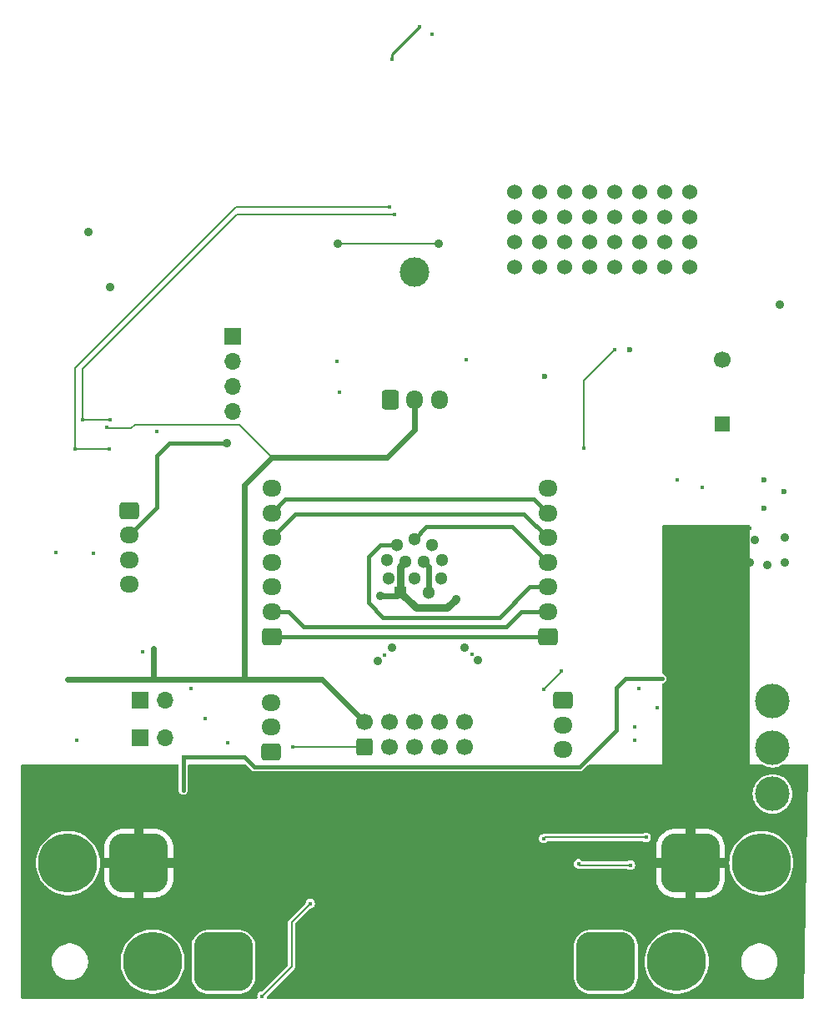
<source format=gbr>
%TF.GenerationSoftware,KiCad,Pcbnew,8.0.4*%
%TF.CreationDate,2024-09-16T14:24:30+02:00*%
%TF.ProjectId,Robuoy-Sub,526f6275-6f79-42d5-9375-622e6b696361,rev?*%
%TF.SameCoordinates,Original*%
%TF.FileFunction,Copper,L4,Bot*%
%TF.FilePolarity,Positive*%
%FSLAX46Y46*%
G04 Gerber Fmt 4.6, Leading zero omitted, Abs format (unit mm)*
G04 Created by KiCad (PCBNEW 8.0.4) date 2024-09-16 14:24:30*
%MOMM*%
%LPD*%
G01*
G04 APERTURE LIST*
G04 Aperture macros list*
%AMRoundRect*
0 Rectangle with rounded corners*
0 $1 Rounding radius*
0 $2 $3 $4 $5 $6 $7 $8 $9 X,Y pos of 4 corners*
0 Add a 4 corners polygon primitive as box body*
4,1,4,$2,$3,$4,$5,$6,$7,$8,$9,$2,$3,0*
0 Add four circle primitives for the rounded corners*
1,1,$1+$1,$2,$3*
1,1,$1+$1,$4,$5*
1,1,$1+$1,$6,$7*
1,1,$1+$1,$8,$9*
0 Add four rect primitives between the rounded corners*
20,1,$1+$1,$2,$3,$4,$5,0*
20,1,$1+$1,$4,$5,$6,$7,0*
20,1,$1+$1,$6,$7,$8,$9,0*
20,1,$1+$1,$8,$9,$2,$3,0*%
G04 Aperture macros list end*
%TA.AperFunction,ComponentPad*%
%ADD10RoundRect,1.500000X1.500000X1.500000X-1.500000X1.500000X-1.500000X-1.500000X1.500000X-1.500000X0*%
%TD*%
%TA.AperFunction,ComponentPad*%
%ADD11C,6.000000*%
%TD*%
%TA.AperFunction,ComponentPad*%
%ADD12RoundRect,0.250000X0.600000X-0.600000X0.600000X0.600000X-0.600000X0.600000X-0.600000X-0.600000X0*%
%TD*%
%TA.AperFunction,ComponentPad*%
%ADD13C,1.700000*%
%TD*%
%TA.AperFunction,ComponentPad*%
%ADD14RoundRect,0.250000X0.725000X-0.600000X0.725000X0.600000X-0.725000X0.600000X-0.725000X-0.600000X0*%
%TD*%
%TA.AperFunction,ComponentPad*%
%ADD15O,1.950000X1.700000*%
%TD*%
%TA.AperFunction,ComponentPad*%
%ADD16R,1.700000X1.700000*%
%TD*%
%TA.AperFunction,ComponentPad*%
%ADD17O,1.700000X1.700000*%
%TD*%
%TA.AperFunction,ComponentPad*%
%ADD18C,3.000000*%
%TD*%
%TA.AperFunction,ComponentPad*%
%ADD19R,1.300000X1.300000*%
%TD*%
%TA.AperFunction,ComponentPad*%
%ADD20C,1.300000*%
%TD*%
%TA.AperFunction,ComponentPad*%
%ADD21C,1.524000*%
%TD*%
%TA.AperFunction,ComponentPad*%
%ADD22RoundRect,1.500000X-1.500000X-1.500000X1.500000X-1.500000X1.500000X1.500000X-1.500000X1.500000X0*%
%TD*%
%TA.AperFunction,ComponentPad*%
%ADD23RoundRect,0.250000X-0.725000X0.600000X-0.725000X-0.600000X0.725000X-0.600000X0.725000X0.600000X0*%
%TD*%
%TA.AperFunction,ComponentPad*%
%ADD24C,3.500000*%
%TD*%
%TA.AperFunction,ComponentPad*%
%ADD25R,1.650000X1.650000*%
%TD*%
%TA.AperFunction,HeatsinkPad*%
%ADD26C,0.500000*%
%TD*%
%TA.AperFunction,HeatsinkPad*%
%ADD27R,3.200000X2.400000*%
%TD*%
%TA.AperFunction,ComponentPad*%
%ADD28RoundRect,0.250000X-0.600000X-0.725000X0.600000X-0.725000X0.600000X0.725000X-0.600000X0.725000X0*%
%TD*%
%TA.AperFunction,ComponentPad*%
%ADD29O,1.700000X1.950000*%
%TD*%
%TA.AperFunction,ViaPad*%
%ADD30C,0.450000*%
%TD*%
%TA.AperFunction,ViaPad*%
%ADD31C,0.900000*%
%TD*%
%TA.AperFunction,ViaPad*%
%ADD32C,0.600000*%
%TD*%
%TA.AperFunction,ViaPad*%
%ADD33C,0.800000*%
%TD*%
%TA.AperFunction,Conductor*%
%ADD34C,0.600000*%
%TD*%
%TA.AperFunction,Conductor*%
%ADD35C,0.200000*%
%TD*%
%TA.AperFunction,Conductor*%
%ADD36C,0.800000*%
%TD*%
%TA.AperFunction,Conductor*%
%ADD37C,0.250000*%
%TD*%
%TA.AperFunction,Conductor*%
%ADD38C,0.127000*%
%TD*%
%TA.AperFunction,Conductor*%
%ADD39C,0.400000*%
%TD*%
G04 APERTURE END LIST*
D10*
%TO.P,J206,1,Pin_1*%
%TO.N,Net-(D205-K)*%
X106410000Y-137890000D03*
D11*
%TO.P,J206,2,Pin_2*%
%TO.N,Vbatt*%
X99210000Y-137890000D03*
%TD*%
D12*
%TO.P,J101,1,Pin_1*%
%TO.N,EN*%
X120730000Y-116142500D03*
D13*
%TO.P,J101,2,Pin_2*%
%TO.N,+3.3V*%
X120730000Y-113602500D03*
%TO.P,J101,3,Pin_3*%
%TO.N,TX*%
X123270000Y-116142500D03*
%TO.P,J101,4,Pin_4*%
%TO.N,GND*%
X123270000Y-113602500D03*
%TO.P,J101,5,Pin_5*%
%TO.N,RX*%
X125810000Y-116142500D03*
%TO.P,J101,6,Pin_6*%
%TO.N,DR0*%
X125810000Y-113602500D03*
%TO.P,J101,7,Pin_7*%
%TO.N,MTMS*%
X128350000Y-116142500D03*
%TO.P,J101,8,Pin_8*%
%TO.N,MTCK*%
X128350000Y-113602500D03*
%TO.P,J101,9,Pin_9*%
%TO.N,MTDO*%
X130890000Y-116142500D03*
%TO.P,J101,10,Pin_10*%
%TO.N,MTDI*%
X130890000Y-113602500D03*
%TD*%
D14*
%TO.P,J104,1,Pin_1*%
%TO.N,Net-(J104-Pin_1)*%
X111210000Y-116590000D03*
D15*
%TO.P,J104,2,Pin_2*%
%TO.N,Net-(J104-Pin_2)*%
X111210000Y-114090000D03*
%TO.P,J104,3,Pin_3*%
%TO.N,Net-(J104-Pin_3)*%
X111210000Y-111590000D03*
%TD*%
D16*
%TO.P,SW102,1,1*%
%TO.N,GND*%
X97910000Y-115162000D03*
D17*
%TO.P,SW102,2,2*%
%TO.N,EN*%
X100450000Y-115162000D03*
%TD*%
D18*
%TO.P,TP206,1,1*%
%TO.N,GND*%
X125810000Y-67890000D03*
%TD*%
D19*
%TO.P,J204,1,Pin_1*%
%TO.N,GND*%
X124382000Y-100414000D03*
D20*
%TO.P,J204,2,Pin_2*%
%TO.N,Vbatt*%
X127238000Y-100414000D03*
%TO.P,J204,3,Pin_3*%
%TO.N,Net-(J202-Pin_7)*%
X128482000Y-99017000D03*
%TO.P,J204,4,Pin_4*%
%TO.N,Net-(J202-Pin_6)*%
X128614000Y-97152000D03*
%TO.P,J204,5,Pin_5*%
%TO.N,Net-(J202-Pin_5)*%
X127580000Y-95593000D03*
%TO.P,J204,6,Pin_6*%
%TO.N,Net-(J202-Pin_4)*%
X125810000Y-94990000D03*
%TO.P,J204,7,Pin_7*%
%TO.N,Net-(J202-Pin_3)*%
X124040000Y-95593000D03*
%TO.P,J204,8,Pin_8*%
%TO.N,Net-(J202-Pin_2)*%
X123006000Y-97152000D03*
%TO.P,J204,9,Pin_9*%
%TO.N,Net-(J202-Pin_1)*%
X123138000Y-99017000D03*
%TO.P,J204,10,Pin_10*%
%TO.N,+VSW*%
X125810000Y-98990000D03*
%TO.P,J204,11,Pin_11*%
%TO.N,Vbatt*%
X126763000Y-97340000D03*
%TO.P,J204,12,Pin_12*%
%TO.N,GND*%
X124857000Y-97340000D03*
%TD*%
D16*
%TO.P,J103,1,Pin_1*%
%TO.N,Net-(J103-Pin_1)*%
X107335000Y-74490000D03*
D17*
%TO.P,J103,2,Pin_2*%
%TO.N,Net-(J103-Pin_2)*%
X107335000Y-77030000D03*
%TO.P,J103,3,Pin_3*%
%TO.N,/CPU/Vext*%
X107335000Y-79570000D03*
%TO.P,J103,4,Pin_4*%
%TO.N,GND*%
X107335000Y-82110000D03*
%TD*%
D14*
%TO.P,J202,1,Pin_1*%
%TO.N,Net-(J202-Pin_1)*%
X111310000Y-104890000D03*
D15*
%TO.P,J202,2,Pin_2*%
%TO.N,Net-(J202-Pin_2)*%
X111310000Y-102390000D03*
%TO.P,J202,3,Pin_3*%
%TO.N,Net-(J202-Pin_3)*%
X111310000Y-99890000D03*
%TO.P,J202,4,Pin_4*%
%TO.N,Net-(J202-Pin_4)*%
X111310000Y-97390000D03*
%TO.P,J202,5,Pin_5*%
%TO.N,Net-(J202-Pin_5)*%
X111310000Y-94890000D03*
%TO.P,J202,6,Pin_6*%
%TO.N,Net-(J202-Pin_6)*%
X111310000Y-92390000D03*
%TO.P,J202,7,Pin_7*%
%TO.N,Net-(J202-Pin_7)*%
X111310000Y-89890000D03*
%TD*%
D21*
%TO.P,TP301,1,1*%
%TO.N,unconnected-(TP301-Pad1)*%
X135970000Y-59790000D03*
%TO.P,TP301,2*%
%TO.N,N/C*%
X138510000Y-59790000D03*
%TO.P,TP301,3*%
X141050000Y-59790000D03*
%TO.P,TP301,4*%
X143590000Y-59790000D03*
%TO.P,TP301,5*%
X135970000Y-62330000D03*
%TO.P,TP301,6*%
X138510000Y-62330000D03*
%TO.P,TP301,7*%
X141050000Y-62330000D03*
%TO.P,TP301,8*%
X143590000Y-62330000D03*
%TO.P,TP301,9*%
X135970000Y-64870000D03*
%TO.P,TP301,10*%
X138510000Y-64870000D03*
%TO.P,TP301,11*%
X141050000Y-64870000D03*
%TO.P,TP301,12*%
X143590000Y-64870000D03*
%TO.P,TP301,13*%
X135970000Y-67410000D03*
%TO.P,TP301,14*%
X138510000Y-67410000D03*
%TO.P,TP301,15*%
X141050000Y-67410000D03*
%TO.P,TP301,16*%
X143590000Y-67410000D03*
%TD*%
D22*
%TO.P,J205,1,Pin_1*%
%TO.N,GND*%
X153810000Y-127890000D03*
D11*
%TO.P,J205,2,Pin_2*%
%TO.N,Vbatt*%
X161010000Y-127890000D03*
%TD*%
D23*
%TO.P,J105,1,Pin_1*%
%TO.N,Net-(J105-Pin_1)*%
X140835000Y-111390000D03*
D15*
%TO.P,J105,2,Pin_2*%
%TO.N,Net-(J105-Pin_2)*%
X140835000Y-113890000D03*
%TO.P,J105,3,Pin_3*%
%TO.N,Net-(J105-Pin_3)*%
X140835000Y-116390000D03*
%TD*%
D24*
%TO.P,SW201,1*%
%TO.N,Vbatt*%
X162132000Y-120878000D03*
%TO.P,SW201,2*%
%TO.N,+VSW*%
X162132000Y-116178000D03*
%TO.P,SW201,3*%
%TO.N,unconnected-(SW201-Pad3)*%
X162132000Y-111478000D03*
%TD*%
D14*
%TO.P,J203,1,Pin_1*%
%TO.N,Net-(J202-Pin_1)*%
X139310000Y-104890000D03*
D15*
%TO.P,J203,2,Pin_2*%
%TO.N,Net-(J202-Pin_2)*%
X139310000Y-102390000D03*
%TO.P,J203,3,Pin_3*%
%TO.N,Net-(J202-Pin_3)*%
X139310000Y-99890000D03*
%TO.P,J203,4,Pin_4*%
%TO.N,Net-(J202-Pin_4)*%
X139310000Y-97390000D03*
%TO.P,J203,5,Pin_5*%
%TO.N,Net-(J202-Pin_5)*%
X139310000Y-94890000D03*
%TO.P,J203,6,Pin_6*%
%TO.N,Net-(J202-Pin_6)*%
X139310000Y-92390000D03*
%TO.P,J203,7,Pin_7*%
%TO.N,Net-(J202-Pin_7)*%
X139310000Y-89890000D03*
%TD*%
D10*
%TO.P,J201,1,Pin_1*%
%TO.N,GND*%
X97810000Y-127890000D03*
D11*
%TO.P,J201,2,Pin_2*%
%TO.N,Vbatt*%
X90610000Y-127890000D03*
%TD*%
D23*
%TO.P,J106,1,Pin_1*%
%TO.N,GND*%
X96810000Y-92128000D03*
D15*
%TO.P,J106,2,Pin_2*%
%TO.N,+5V*%
X96810000Y-94628000D03*
%TO.P,J106,3,Pin_3*%
%TO.N,/CPU/SCL*%
X96810000Y-97128000D03*
%TO.P,J106,4,Pin_4*%
%TO.N,/CPU/SDA*%
X96810000Y-99628000D03*
%TD*%
D25*
%TO.P,BZ101,1,+*%
%TO.N,+5V*%
X157036000Y-83360000D03*
D13*
%TO.P,BZ101,2,-*%
%TO.N,Net-(BZ101--)*%
X157036000Y-76860000D03*
%TD*%
D26*
%TO.P,U201,9,PAD*%
%TO.N,GND*%
X155608000Y-103706000D03*
X154258000Y-103706000D03*
X152908000Y-103706000D03*
D27*
X154258000Y-104656000D03*
D26*
X155608000Y-105606000D03*
X154258000Y-105606000D03*
X152908000Y-105606000D03*
%TD*%
D21*
%TO.P,TP302,1,1*%
%TO.N,unconnected-(TP302-Pad1)*%
X146130000Y-59790000D03*
%TO.P,TP302,2*%
%TO.N,N/C*%
X148670000Y-59790000D03*
%TO.P,TP302,3*%
X151210000Y-59790000D03*
%TO.P,TP302,4*%
X153750000Y-59790000D03*
%TO.P,TP302,5*%
X146130000Y-62330000D03*
%TO.P,TP302,6*%
X148670000Y-62330000D03*
%TO.P,TP302,7*%
X151210000Y-62330000D03*
%TO.P,TP302,8*%
X153750000Y-62330000D03*
%TO.P,TP302,9*%
X146130000Y-64870000D03*
%TO.P,TP302,10*%
X148670000Y-64870000D03*
%TO.P,TP302,11*%
X151210000Y-64870000D03*
%TO.P,TP302,12*%
X153750000Y-64870000D03*
%TO.P,TP302,13*%
X146130000Y-67410000D03*
%TO.P,TP302,14*%
X148670000Y-67410000D03*
%TO.P,TP302,15*%
X151210000Y-67410000D03*
%TO.P,TP302,16*%
X153750000Y-67410000D03*
%TD*%
D22*
%TO.P,J207,1,Pin_1*%
%TO.N,Net-(D206-K)*%
X145210000Y-137890000D03*
D11*
%TO.P,J207,2,Pin_2*%
%TO.N,Vbatt*%
X152410000Y-137890000D03*
%TD*%
D28*
%TO.P,J102,1,Pin_1*%
%TO.N,Net-(J102-Pin_1)*%
X123310000Y-80872000D03*
D29*
%TO.P,J102,2,Pin_2*%
%TO.N,+3.3V*%
X125810000Y-80872000D03*
%TO.P,J102,3,Pin_3*%
%TO.N,Net-(J102-Pin_3)*%
X128310000Y-80872000D03*
%TD*%
D16*
%TO.P,SW101,1,1*%
%TO.N,GND*%
X97910000Y-111334000D03*
D17*
%TO.P,SW101,2,2*%
%TO.N,DR0*%
X100450000Y-111334000D03*
%TD*%
D30*
%TO.N,+3.3V*%
X94568000Y-83666000D03*
X99310000Y-106090000D03*
D31*
X161624000Y-97636000D03*
D30*
X90610000Y-109230000D03*
X114790002Y-109230000D03*
%TO.N,GND*%
X147810000Y-119690000D03*
X138285000Y-119115000D03*
X164560000Y-140890000D03*
D32*
X154010000Y-96890000D03*
D30*
X127588000Y-43788000D03*
X111659999Y-127990630D03*
D32*
X156110000Y-119890000D03*
D31*
X160354000Y-95096000D03*
X163402000Y-97382000D03*
D30*
X118210000Y-80090000D03*
D31*
X92710000Y-63890000D03*
X149560000Y-130640000D03*
D30*
X140510000Y-131190000D03*
X138002000Y-124560000D03*
X142210000Y-119890000D03*
D32*
X151510000Y-117490000D03*
X151510000Y-115190000D03*
X161310000Y-88990000D03*
D30*
X156810000Y-96390000D03*
X152060000Y-104640000D03*
D32*
X163310000Y-90190000D03*
D31*
X140542000Y-128878000D03*
X130010000Y-101090000D03*
D32*
X154410000Y-97490000D03*
D31*
X140910000Y-132290000D03*
D30*
X148610000Y-110190000D03*
D31*
X118610000Y-141190000D03*
X124310000Y-131490000D03*
D30*
X93210000Y-96490000D03*
D31*
X115510000Y-141190000D03*
D32*
X151510000Y-119690000D03*
X139010000Y-78490000D03*
D31*
X141010000Y-138290000D03*
D30*
X153510000Y-99090000D03*
X106810000Y-115690000D03*
D31*
X122311041Y-100788959D03*
D30*
X86810000Y-120140000D03*
D31*
X111150000Y-130450000D03*
D30*
X155510000Y-112190000D03*
D31*
X113560000Y-139640000D03*
X162893997Y-71220003D03*
D32*
X161310000Y-91890000D03*
D30*
X126318000Y-43026000D03*
X89410000Y-96390000D03*
X148110000Y-115390000D03*
X91520000Y-115416000D03*
D32*
X147610000Y-75790000D03*
D30*
X152480000Y-89000000D03*
D31*
X149560000Y-126890000D03*
D30*
X156560000Y-104640000D03*
D31*
X142320000Y-133704000D03*
D30*
X159810000Y-93890000D03*
D31*
X140510000Y-127690000D03*
D30*
X149310000Y-134390000D03*
X98212322Y-106432223D03*
D31*
X124310000Y-136190000D03*
D30*
X117910000Y-76990000D03*
X122310000Y-128640000D03*
D31*
X149686000Y-128390000D03*
D33*
X102560000Y-128890000D03*
D30*
X159310000Y-106640000D03*
X148110000Y-114090000D03*
D31*
X129010000Y-131490000D03*
X140310000Y-130190000D03*
D30*
X104510000Y-113190000D03*
X99610000Y-84100000D03*
D31*
X126710000Y-133790000D03*
D30*
X143110000Y-119990000D03*
X111810000Y-129590000D03*
X93210000Y-118210000D03*
D31*
X129010000Y-136190000D03*
D30*
X111710000Y-125990000D03*
X163810000Y-118640000D03*
X86810000Y-140640000D03*
X140110000Y-140590000D03*
X157060000Y-113140000D03*
D31*
X132871200Y-141171600D03*
X163402000Y-94842000D03*
D30*
X158810000Y-114890000D03*
X111810000Y-131190000D03*
D33*
X102310000Y-132390000D03*
D30*
X150410000Y-112090000D03*
X123524000Y-46328000D03*
X131310000Y-128390000D03*
D31*
X111210000Y-126950000D03*
X94910000Y-69490000D03*
D30*
X111220000Y-124530000D03*
X131560000Y-140390000D03*
X163810000Y-124390000D03*
X131010000Y-76790000D03*
X158560000Y-108640000D03*
X159310000Y-102890000D03*
X155020000Y-89762000D03*
X103110000Y-110190000D03*
D31*
X159846000Y-97382000D03*
X131510000Y-125190000D03*
D30*
X121560000Y-140140000D03*
D31*
%TO.N,+5V*%
X106710000Y-85290000D03*
D30*
X102310000Y-117090000D03*
X102310000Y-120470000D03*
X150910000Y-109190000D03*
X146310000Y-111965000D03*
%TO.N,EN*%
X113410000Y-116090012D03*
D31*
%TO.N,Vbatt*%
X132210000Y-107290000D03*
X122110000Y-107390000D03*
D30*
X131610000Y-106690000D03*
D31*
X123510000Y-105990000D03*
D30*
X122710000Y-106790000D03*
D31*
X130910000Y-105990000D03*
D30*
%TO.N,LEDS*%
X115210000Y-131990000D03*
X110310000Y-141390000D03*
D31*
%TO.N,Net-(D104-DOUT)*%
X118010000Y-65090000D03*
X128210000Y-65090000D03*
D30*
%TO.N,/CPU/SCL*%
X94810000Y-85890000D03*
X91310010Y-85890000D03*
X123270000Y-61314000D03*
%TO.N,/CPU/SDA*%
X123778000Y-62076000D03*
X94899430Y-82879430D03*
X92110000Y-82890000D03*
%TO.N,Net-(Q202-G)*%
X142439724Y-127960276D03*
X147710000Y-128090000D03*
%TO.N,BUZZER*%
X143010000Y-85790000D03*
X146110000Y-75842800D03*
X140700002Y-108430000D03*
X138910000Y-110290000D03*
%TO.N,/CPU/Vsamp*%
X149310000Y-125290000D03*
X138910000Y-125390000D03*
%TD*%
D34*
%TO.N,+3.3V*%
X108510000Y-89490000D02*
X108510000Y-105290000D01*
D35*
X108010000Y-83390000D02*
X111310000Y-86690000D01*
D34*
X125810000Y-83890000D02*
X123010000Y-86690000D01*
D35*
X105680000Y-83390000D02*
X108010000Y-83390000D01*
D34*
X108510000Y-105290000D02*
X108510000Y-109230000D01*
X108510000Y-109230000D02*
X100050000Y-109230000D01*
D35*
X97410000Y-83390000D02*
X105680000Y-83390000D01*
D34*
X120730000Y-113602500D02*
X116357500Y-109230000D01*
X108510000Y-109230000D02*
X114790002Y-109230000D01*
X116357500Y-109230000D02*
X114790002Y-109230000D01*
X111310000Y-86690000D02*
X108510000Y-89490000D01*
D35*
X97010000Y-83790000D02*
X97410000Y-83390000D01*
D34*
X125810000Y-80872000D02*
X125810000Y-83890000D01*
X99970000Y-109230000D02*
X90610000Y-109230000D01*
D35*
X94568000Y-83666000D02*
X94692000Y-83790000D01*
X94692000Y-83790000D02*
X97010000Y-83790000D01*
D34*
X123010000Y-86690000D02*
X111310000Y-86690000D01*
X99310000Y-109190000D02*
X99310000Y-106090000D01*
D36*
%TO.N,GND*%
X124382000Y-100414000D02*
X125958000Y-101990000D01*
X124857000Y-97340000D02*
X124388000Y-97809000D01*
D37*
X123524000Y-45820000D02*
X123524000Y-46328000D01*
D34*
X122312082Y-100790000D02*
X122311041Y-100788959D01*
D36*
X124388000Y-100408000D02*
X124382000Y-100414000D01*
X125958000Y-101990000D02*
X129110000Y-101990000D01*
D34*
X124006000Y-100790000D02*
X122312082Y-100790000D01*
X124382000Y-100414000D02*
X124006000Y-100790000D01*
D36*
X129110000Y-101990000D02*
X130010000Y-101090000D01*
D37*
X126318000Y-43026000D02*
X123524000Y-45820000D01*
D38*
X124857000Y-97340000D02*
X124495115Y-97340000D01*
D36*
X124388000Y-97809000D02*
X124388000Y-100408000D01*
D39*
%TO.N,+5V*%
X99610000Y-86590000D02*
X99610000Y-91828000D01*
X146310000Y-110113280D02*
X146310000Y-111965000D01*
X147233280Y-109190000D02*
X146310000Y-110113280D01*
X99610000Y-91828000D02*
X96810000Y-94628000D01*
X102310000Y-117090000D02*
X108510000Y-117090000D01*
X100910000Y-85290000D02*
X99610000Y-86590000D01*
X109560000Y-118140000D02*
X142560000Y-118140000D01*
X106710000Y-85290000D02*
X100910000Y-85290000D01*
X108510000Y-117090000D02*
X109560000Y-118140000D01*
X150910000Y-109190000D02*
X147233280Y-109190000D01*
X142560000Y-118140000D02*
X146310000Y-114390000D01*
X146310000Y-114390000D02*
X146310000Y-111965000D01*
X102310000Y-117090000D02*
X102310000Y-120470000D01*
D35*
%TO.N,EN*%
X113462488Y-116142500D02*
X113410000Y-116090012D01*
X120730000Y-116142500D02*
X113462488Y-116142500D01*
D34*
%TO.N,Vbatt*%
X127238000Y-97815000D02*
X127238000Y-100414000D01*
X126763000Y-97340000D02*
X127238000Y-97815000D01*
D35*
%TO.N,LEDS*%
X113310000Y-138390000D02*
X113310000Y-133890000D01*
X110310000Y-141390000D02*
X113310000Y-138390000D01*
X113310000Y-133890000D02*
X115210000Y-131990000D01*
%TO.N,Net-(D104-DOUT)*%
X118010000Y-65090000D02*
X128210000Y-65090000D01*
%TO.N,/CPU/SCL*%
X91310000Y-77690000D02*
X91310000Y-85889990D01*
X91310000Y-85889990D02*
X91310010Y-85890000D01*
X94810000Y-85890000D02*
X91310010Y-85890000D01*
X123270000Y-61314000D02*
X107686000Y-61314000D01*
X107686000Y-61314000D02*
X91310000Y-77690000D01*
%TO.N,/CPU/SDA*%
X92110000Y-82890000D02*
X94888860Y-82890000D01*
X94888860Y-82890000D02*
X94899430Y-82879430D01*
X123778000Y-62076000D02*
X107776000Y-62076000D01*
X92110000Y-77742000D02*
X92110000Y-82890000D01*
X107776000Y-62076000D02*
X92110000Y-77742000D01*
%TO.N,Net-(Q202-G)*%
X142569448Y-128090000D02*
X142439724Y-127960276D01*
X147710000Y-128090000D02*
X142569448Y-128090000D01*
D39*
%TO.N,Net-(J202-Pin_5)*%
X136910000Y-92490000D02*
X139310000Y-94890000D01*
X111310000Y-94890000D02*
X113710000Y-92490000D01*
X113710000Y-92490000D02*
X136910000Y-92490000D01*
%TO.N,Net-(J202-Pin_3)*%
X121110000Y-101490000D02*
X122610000Y-102990000D01*
X137510000Y-99890000D02*
X139310000Y-99890000D01*
X121110000Y-96790000D02*
X121110000Y-101490000D01*
X124040000Y-95593000D02*
X122307000Y-95593000D01*
X134410000Y-102990000D02*
X137510000Y-99890000D01*
X122307000Y-95593000D02*
X121110000Y-96790000D01*
X122610000Y-102990000D02*
X134410000Y-102990000D01*
%TO.N,Net-(J202-Pin_2)*%
X111310000Y-102390000D02*
X113010000Y-102390000D01*
X136610000Y-102390000D02*
X139310000Y-102390000D01*
X135110000Y-103890000D02*
X136610000Y-102390000D01*
X113010000Y-102390000D02*
X114510000Y-103890000D01*
X114510000Y-103890000D02*
X135110000Y-103890000D01*
%TO.N,Net-(J202-Pin_1)*%
X111310000Y-104890000D02*
X139310000Y-104890000D01*
%TO.N,Net-(J202-Pin_6)*%
X137910000Y-90990000D02*
X112710000Y-90990000D01*
X112710000Y-90990000D02*
X111310000Y-92390000D01*
X139310000Y-92390000D02*
X137910000Y-90990000D01*
%TO.N,Net-(J202-Pin_4)*%
X135710000Y-93790000D02*
X139310000Y-97390000D01*
X127010000Y-93790000D02*
X125810000Y-94990000D01*
X135710000Y-93790000D02*
X127010000Y-93790000D01*
D35*
%TO.N,BUZZER*%
X143010000Y-78942800D02*
X146110000Y-75842800D01*
X143010000Y-85790000D02*
X143010000Y-78942800D01*
X138910000Y-110290000D02*
X140700002Y-108499998D01*
X140700002Y-108499998D02*
X140700002Y-108430000D01*
%TO.N,/CPU/Vsamp*%
X139010000Y-125290000D02*
X149310000Y-125290000D01*
X138910000Y-125390000D02*
X139010000Y-125290000D01*
%TD*%
%TA.AperFunction,Conductor*%
%TO.N,GND*%
G36*
X101802539Y-117909685D02*
G01*
X101848294Y-117962489D01*
X101859500Y-118014000D01*
X101859500Y-120284841D01*
X101850578Y-120325856D01*
X101851568Y-120326147D01*
X101849068Y-120334658D01*
X101829610Y-120470000D01*
X101849068Y-120605337D01*
X101849070Y-120605345D01*
X101905867Y-120729714D01*
X101905872Y-120729721D01*
X101995409Y-120833053D01*
X101995413Y-120833057D01*
X102055979Y-120871979D01*
X102110439Y-120906978D01*
X102176036Y-120926239D01*
X102241632Y-120945500D01*
X102241633Y-120945500D01*
X102378367Y-120945500D01*
X102509561Y-120906978D01*
X102554655Y-120877998D01*
X160126390Y-120877998D01*
X160126390Y-120878001D01*
X160146804Y-121163433D01*
X160207628Y-121443037D01*
X160307635Y-121711166D01*
X160444770Y-121962309D01*
X160444775Y-121962317D01*
X160616254Y-122191387D01*
X160616270Y-122191405D01*
X160818594Y-122393729D01*
X160818612Y-122393745D01*
X161047682Y-122565224D01*
X161047690Y-122565229D01*
X161298833Y-122702364D01*
X161298832Y-122702364D01*
X161298836Y-122702365D01*
X161298839Y-122702367D01*
X161566954Y-122802369D01*
X161566960Y-122802370D01*
X161566962Y-122802371D01*
X161846566Y-122863195D01*
X161846568Y-122863195D01*
X161846572Y-122863196D01*
X162100220Y-122881337D01*
X162131999Y-122883610D01*
X162132000Y-122883610D01*
X162132001Y-122883610D01*
X162160595Y-122881564D01*
X162417428Y-122863196D01*
X162697046Y-122802369D01*
X162965161Y-122702367D01*
X163216315Y-122565226D01*
X163445395Y-122393739D01*
X163647739Y-122191395D01*
X163819226Y-121962315D01*
X163956367Y-121711161D01*
X164056369Y-121443046D01*
X164117196Y-121163428D01*
X164137610Y-120878000D01*
X164117196Y-120592572D01*
X164061090Y-120334658D01*
X164056371Y-120312962D01*
X164056370Y-120312960D01*
X164056369Y-120312954D01*
X163956367Y-120044839D01*
X163819226Y-119793685D01*
X163819224Y-119793682D01*
X163647745Y-119564612D01*
X163647729Y-119564594D01*
X163445405Y-119362270D01*
X163445387Y-119362254D01*
X163216317Y-119190775D01*
X163216309Y-119190770D01*
X162965166Y-119053635D01*
X162965167Y-119053635D01*
X162857915Y-119013632D01*
X162697046Y-118953631D01*
X162697043Y-118953630D01*
X162697037Y-118953628D01*
X162417433Y-118892804D01*
X162132001Y-118872390D01*
X162131999Y-118872390D01*
X161846566Y-118892804D01*
X161566962Y-118953628D01*
X161298833Y-119053635D01*
X161047690Y-119190770D01*
X161047682Y-119190775D01*
X160818612Y-119362254D01*
X160818594Y-119362270D01*
X160616270Y-119564594D01*
X160616254Y-119564612D01*
X160444775Y-119793682D01*
X160444770Y-119793690D01*
X160307635Y-120044833D01*
X160207628Y-120312962D01*
X160146804Y-120592566D01*
X160126390Y-120877998D01*
X102554655Y-120877998D01*
X102624589Y-120833055D01*
X102714130Y-120729718D01*
X102770931Y-120605342D01*
X102790390Y-120470000D01*
X102770931Y-120334658D01*
X102768432Y-120326147D01*
X102769421Y-120325856D01*
X102760500Y-120284841D01*
X102760500Y-118014000D01*
X102780185Y-117946961D01*
X102832989Y-117901206D01*
X102884500Y-117890000D01*
X108621535Y-117890000D01*
X108688574Y-117909685D01*
X108709216Y-117926319D01*
X109283386Y-118500489D01*
X109386113Y-118559799D01*
X109410321Y-118566284D01*
X109410324Y-118566286D01*
X109410325Y-118566286D01*
X109440447Y-118574357D01*
X109500691Y-118590500D01*
X109500693Y-118590500D01*
X142619308Y-118590500D01*
X142619309Y-118590500D01*
X142709673Y-118566286D01*
X142733887Y-118559799D01*
X142836614Y-118500489D01*
X143410784Y-117926318D01*
X143472107Y-117892834D01*
X143498465Y-117890000D01*
X150956000Y-117890000D01*
X159846000Y-117890000D01*
X161061406Y-117890000D01*
X161120833Y-117905168D01*
X161298833Y-118002364D01*
X161298832Y-118002364D01*
X161298836Y-118002365D01*
X161298839Y-118002367D01*
X161566954Y-118102369D01*
X161566960Y-118102370D01*
X161566962Y-118102371D01*
X161846566Y-118163195D01*
X161846568Y-118163195D01*
X161846572Y-118163196D01*
X162100220Y-118181337D01*
X162131999Y-118183610D01*
X162132000Y-118183610D01*
X162132001Y-118183610D01*
X162160595Y-118181564D01*
X162417428Y-118163196D01*
X162697046Y-118102369D01*
X162965161Y-118002367D01*
X163143167Y-117905168D01*
X163202594Y-117890000D01*
X165675500Y-117890000D01*
X165742539Y-117909685D01*
X165788294Y-117962489D01*
X165799500Y-118014000D01*
X165799500Y-118387422D01*
X165799472Y-118390032D01*
X165314028Y-141448711D01*
X165312556Y-141518610D01*
X165291464Y-141585220D01*
X165237709Y-141629854D01*
X165188583Y-141640000D01*
X110897549Y-141640000D01*
X110830510Y-141620315D01*
X110784755Y-141567511D01*
X110774811Y-141498355D01*
X110774811Y-141498353D01*
X110781948Y-141448709D01*
X110810972Y-141385155D01*
X110816991Y-141378689D01*
X113590470Y-138605212D01*
X113636614Y-138525288D01*
X113660500Y-138436143D01*
X113660500Y-138343856D01*
X113660500Y-136302610D01*
X141959500Y-136302610D01*
X141959500Y-139477389D01*
X141965630Y-139586541D01*
X141965631Y-139586554D01*
X142014403Y-139844322D01*
X142014404Y-139844327D01*
X142014405Y-139844332D01*
X142014406Y-139844333D01*
X142101059Y-140091974D01*
X142223654Y-140323933D01*
X142379450Y-140535031D01*
X142564969Y-140720550D01*
X142776067Y-140876346D01*
X143008026Y-140998941D01*
X143255667Y-141085594D01*
X143255671Y-141085594D01*
X143255672Y-141085595D01*
X143255677Y-141085596D01*
X143513445Y-141134368D01*
X143513447Y-141134368D01*
X143513457Y-141134370D01*
X143622608Y-141140500D01*
X143622625Y-141140500D01*
X146797375Y-141140500D01*
X146797392Y-141140500D01*
X146906543Y-141134370D01*
X147164333Y-141085594D01*
X147411974Y-140998941D01*
X147643933Y-140876346D01*
X147855031Y-140720550D01*
X148040550Y-140535031D01*
X148196346Y-140323933D01*
X148318941Y-140091974D01*
X148405594Y-139844333D01*
X148454370Y-139586543D01*
X148460500Y-139477392D01*
X148460500Y-137889997D01*
X149154726Y-137889997D01*
X149154726Y-137890002D01*
X149173808Y-138241954D01*
X149230833Y-138589793D01*
X149230834Y-138589796D01*
X149325126Y-138929408D01*
X149325127Y-138929410D01*
X149455588Y-139256844D01*
X149455597Y-139256862D01*
X149620695Y-139568269D01*
X149818498Y-139860006D01*
X149818505Y-139860016D01*
X150015533Y-140091974D01*
X150046686Y-140128650D01*
X150302580Y-140371046D01*
X150583182Y-140584354D01*
X150885202Y-140766074D01*
X150885206Y-140766075D01*
X150885210Y-140766078D01*
X151205088Y-140914070D01*
X151205092Y-140914070D01*
X151205099Y-140914074D01*
X151539122Y-141026619D01*
X151883355Y-141102391D01*
X152233763Y-141140500D01*
X152233769Y-141140500D01*
X152586231Y-141140500D01*
X152586237Y-141140500D01*
X152936645Y-141102391D01*
X153280878Y-141026619D01*
X153614901Y-140914074D01*
X153614908Y-140914070D01*
X153614911Y-140914070D01*
X153934789Y-140766078D01*
X153934798Y-140766074D01*
X154236818Y-140584354D01*
X154517420Y-140371046D01*
X154773314Y-140128650D01*
X155001501Y-139860008D01*
X155199305Y-139568269D01*
X155364407Y-139256854D01*
X155494871Y-138929414D01*
X155497404Y-138920293D01*
X155523180Y-138827453D01*
X155589168Y-138589788D01*
X155646191Y-138241957D01*
X155665274Y-137890000D01*
X155658698Y-137768711D01*
X158959500Y-137768711D01*
X158959500Y-138011288D01*
X158989867Y-138241957D01*
X158991162Y-138251789D01*
X159022554Y-138368944D01*
X159053947Y-138486104D01*
X159103284Y-138605213D01*
X159146776Y-138710212D01*
X159268064Y-138920289D01*
X159268066Y-138920292D01*
X159268067Y-138920293D01*
X159415733Y-139112736D01*
X159415739Y-139112743D01*
X159587256Y-139284260D01*
X159587262Y-139284265D01*
X159779711Y-139431936D01*
X159989788Y-139553224D01*
X160213900Y-139646054D01*
X160448211Y-139708838D01*
X160628586Y-139732584D01*
X160688711Y-139740500D01*
X160688712Y-139740500D01*
X160931289Y-139740500D01*
X160979388Y-139734167D01*
X161171789Y-139708838D01*
X161406100Y-139646054D01*
X161630212Y-139553224D01*
X161840289Y-139431936D01*
X162032738Y-139284265D01*
X162204265Y-139112738D01*
X162351936Y-138920289D01*
X162473224Y-138710212D01*
X162566054Y-138486100D01*
X162628838Y-138251789D01*
X162660500Y-138011288D01*
X162660500Y-137768712D01*
X162628838Y-137528211D01*
X162566054Y-137293900D01*
X162473224Y-137069788D01*
X162351936Y-136859711D01*
X162204265Y-136667262D01*
X162204260Y-136667256D01*
X162032743Y-136495739D01*
X162032736Y-136495733D01*
X161840293Y-136348067D01*
X161840292Y-136348066D01*
X161840289Y-136348064D01*
X161630212Y-136226776D01*
X161630205Y-136226773D01*
X161406104Y-136133947D01*
X161171785Y-136071161D01*
X160931289Y-136039500D01*
X160931288Y-136039500D01*
X160688712Y-136039500D01*
X160688711Y-136039500D01*
X160448214Y-136071161D01*
X160213895Y-136133947D01*
X159989794Y-136226773D01*
X159989785Y-136226777D01*
X159779706Y-136348067D01*
X159587263Y-136495733D01*
X159587256Y-136495739D01*
X159415739Y-136667256D01*
X159415733Y-136667263D01*
X159268067Y-136859706D01*
X159146777Y-137069785D01*
X159146773Y-137069794D01*
X159053947Y-137293895D01*
X158991161Y-137528214D01*
X158959500Y-137768711D01*
X155658698Y-137768711D01*
X155646191Y-137538043D01*
X155589168Y-137190212D01*
X155497405Y-136859711D01*
X155494873Y-136850591D01*
X155494872Y-136850589D01*
X155364411Y-136523155D01*
X155364402Y-136523137D01*
X155199305Y-136211731D01*
X155001501Y-135919992D01*
X155001497Y-135919987D01*
X155001494Y-135919983D01*
X154773314Y-135651350D01*
X154517420Y-135408954D01*
X154517413Y-135408948D01*
X154517410Y-135408946D01*
X154236815Y-135195644D01*
X153934802Y-135013928D01*
X153934789Y-135013921D01*
X153614911Y-134865929D01*
X153614906Y-134865928D01*
X153614903Y-134865927D01*
X153614901Y-134865926D01*
X153508432Y-134830052D01*
X153280880Y-134753381D01*
X152936643Y-134677608D01*
X152586238Y-134639500D01*
X152586237Y-134639500D01*
X152233763Y-134639500D01*
X152233761Y-134639500D01*
X151883356Y-134677608D01*
X151539119Y-134753381D01*
X151205093Y-134865928D01*
X151205088Y-134865929D01*
X150885210Y-135013921D01*
X150885197Y-135013928D01*
X150583184Y-135195644D01*
X150302589Y-135408946D01*
X150302580Y-135408954D01*
X150046685Y-135651350D01*
X149818505Y-135919983D01*
X149818498Y-135919993D01*
X149620695Y-136211730D01*
X149455597Y-136523137D01*
X149455588Y-136523155D01*
X149325127Y-136850589D01*
X149325126Y-136850591D01*
X149230834Y-137190203D01*
X149230833Y-137190206D01*
X149173808Y-137538045D01*
X149154726Y-137889997D01*
X148460500Y-137889997D01*
X148460500Y-136302608D01*
X148454370Y-136193457D01*
X148405594Y-135935667D01*
X148318941Y-135688026D01*
X148196346Y-135456067D01*
X148040550Y-135244969D01*
X147855031Y-135059450D01*
X147643933Y-134903654D01*
X147643929Y-134903652D01*
X147643928Y-134903651D01*
X147411978Y-134781061D01*
X147411977Y-134781060D01*
X147411974Y-134781059D01*
X147164333Y-134694406D01*
X147164332Y-134694405D01*
X147164327Y-134694404D01*
X147164322Y-134694403D01*
X146906554Y-134645631D01*
X146906544Y-134645630D01*
X146906543Y-134645630D01*
X146797392Y-134639500D01*
X143622608Y-134639500D01*
X143513457Y-134645630D01*
X143513456Y-134645630D01*
X143513445Y-134645631D01*
X143255677Y-134694403D01*
X143255672Y-134694404D01*
X143131846Y-134737732D01*
X143008026Y-134781059D01*
X143008024Y-134781059D01*
X143008021Y-134781061D01*
X142776071Y-134903651D01*
X142564968Y-135059450D01*
X142379450Y-135244968D01*
X142223651Y-135456071D01*
X142101061Y-135688021D01*
X142014404Y-135935672D01*
X142014403Y-135935677D01*
X141965631Y-136193445D01*
X141965630Y-136193458D01*
X141959500Y-136302610D01*
X113660500Y-136302610D01*
X113660500Y-134086544D01*
X113680185Y-134019505D01*
X113696819Y-133998863D01*
X115193863Y-132501819D01*
X115255186Y-132468334D01*
X115269593Y-132466784D01*
X115269590Y-132466762D01*
X115278367Y-132465500D01*
X115409561Y-132426978D01*
X115524589Y-132353055D01*
X115614130Y-132249718D01*
X115670931Y-132125342D01*
X115690390Y-131990000D01*
X115670931Y-131854658D01*
X115658677Y-131827827D01*
X115614132Y-131730285D01*
X115614127Y-131730278D01*
X115524590Y-131626946D01*
X115524586Y-131626942D01*
X115409559Y-131553021D01*
X115278368Y-131514500D01*
X115278367Y-131514500D01*
X115141633Y-131514500D01*
X115141632Y-131514500D01*
X115010440Y-131553021D01*
X114895413Y-131626942D01*
X114895409Y-131626946D01*
X114805872Y-131730278D01*
X114805869Y-131730283D01*
X114749069Y-131854656D01*
X114749068Y-131854661D01*
X114738050Y-131931290D01*
X114709024Y-131994846D01*
X114702993Y-132001323D01*
X113029531Y-133674786D01*
X113029527Y-133674791D01*
X112983387Y-133754709D01*
X112983386Y-133754712D01*
X112959500Y-133843856D01*
X112959500Y-138193456D01*
X112939815Y-138260495D01*
X112923181Y-138281137D01*
X110326137Y-140878181D01*
X110264814Y-140911666D01*
X110250406Y-140913215D01*
X110250410Y-140913238D01*
X110241632Y-140914499D01*
X110110440Y-140953021D01*
X109995413Y-141026942D01*
X109995409Y-141026946D01*
X109905872Y-141130278D01*
X109905867Y-141130285D01*
X109849070Y-141254654D01*
X109849068Y-141254662D01*
X109829610Y-141389999D01*
X109829610Y-141390000D01*
X109838051Y-141448711D01*
X109845189Y-141498353D01*
X109835245Y-141567511D01*
X109789491Y-141620315D01*
X109722451Y-141640000D01*
X85944500Y-141640000D01*
X85877461Y-141620315D01*
X85831706Y-141567511D01*
X85820500Y-141516000D01*
X85820500Y-137768711D01*
X88959500Y-137768711D01*
X88959500Y-138011288D01*
X88989867Y-138241957D01*
X88991162Y-138251789D01*
X89022554Y-138368944D01*
X89053947Y-138486104D01*
X89103284Y-138605213D01*
X89146776Y-138710212D01*
X89268064Y-138920289D01*
X89268066Y-138920292D01*
X89268067Y-138920293D01*
X89415733Y-139112736D01*
X89415739Y-139112743D01*
X89587256Y-139284260D01*
X89587262Y-139284265D01*
X89779711Y-139431936D01*
X89989788Y-139553224D01*
X90213900Y-139646054D01*
X90448211Y-139708838D01*
X90628586Y-139732584D01*
X90688711Y-139740500D01*
X90688712Y-139740500D01*
X90931289Y-139740500D01*
X90979388Y-139734167D01*
X91171789Y-139708838D01*
X91406100Y-139646054D01*
X91630212Y-139553224D01*
X91840289Y-139431936D01*
X92032738Y-139284265D01*
X92204265Y-139112738D01*
X92351936Y-138920289D01*
X92473224Y-138710212D01*
X92566054Y-138486100D01*
X92628838Y-138251789D01*
X92660500Y-138011288D01*
X92660500Y-137889997D01*
X95954726Y-137889997D01*
X95954726Y-137890002D01*
X95973808Y-138241954D01*
X96030833Y-138589793D01*
X96030834Y-138589796D01*
X96125126Y-138929408D01*
X96125127Y-138929410D01*
X96255588Y-139256844D01*
X96255597Y-139256862D01*
X96420695Y-139568269D01*
X96618498Y-139860006D01*
X96618505Y-139860016D01*
X96815533Y-140091974D01*
X96846686Y-140128650D01*
X97102580Y-140371046D01*
X97383182Y-140584354D01*
X97685202Y-140766074D01*
X97685206Y-140766075D01*
X97685210Y-140766078D01*
X98005088Y-140914070D01*
X98005092Y-140914070D01*
X98005099Y-140914074D01*
X98339122Y-141026619D01*
X98683355Y-141102391D01*
X99033763Y-141140500D01*
X99033769Y-141140500D01*
X99386231Y-141140500D01*
X99386237Y-141140500D01*
X99736645Y-141102391D01*
X100080878Y-141026619D01*
X100414901Y-140914074D01*
X100414908Y-140914070D01*
X100414911Y-140914070D01*
X100734789Y-140766078D01*
X100734798Y-140766074D01*
X101036818Y-140584354D01*
X101317420Y-140371046D01*
X101573314Y-140128650D01*
X101801501Y-139860008D01*
X101999305Y-139568269D01*
X102164407Y-139256854D01*
X102294871Y-138929414D01*
X102297404Y-138920293D01*
X102323180Y-138827453D01*
X102389168Y-138589788D01*
X102446191Y-138241957D01*
X102465274Y-137890000D01*
X102446191Y-137538043D01*
X102389168Y-137190212D01*
X102297405Y-136859711D01*
X102294873Y-136850591D01*
X102294872Y-136850589D01*
X102164411Y-136523155D01*
X102164402Y-136523137D01*
X102047486Y-136302610D01*
X103159500Y-136302610D01*
X103159500Y-139477389D01*
X103165630Y-139586541D01*
X103165631Y-139586554D01*
X103214403Y-139844322D01*
X103214404Y-139844327D01*
X103214405Y-139844332D01*
X103214406Y-139844333D01*
X103301059Y-140091974D01*
X103423654Y-140323933D01*
X103579450Y-140535031D01*
X103764969Y-140720550D01*
X103976067Y-140876346D01*
X104208026Y-140998941D01*
X104455667Y-141085594D01*
X104455671Y-141085594D01*
X104455672Y-141085595D01*
X104455677Y-141085596D01*
X104713445Y-141134368D01*
X104713447Y-141134368D01*
X104713457Y-141134370D01*
X104822608Y-141140500D01*
X104822625Y-141140500D01*
X107997375Y-141140500D01*
X107997392Y-141140500D01*
X108106543Y-141134370D01*
X108364333Y-141085594D01*
X108611974Y-140998941D01*
X108843933Y-140876346D01*
X109055031Y-140720550D01*
X109240550Y-140535031D01*
X109396346Y-140323933D01*
X109518941Y-140091974D01*
X109605594Y-139844333D01*
X109654370Y-139586543D01*
X109660500Y-139477392D01*
X109660500Y-136302608D01*
X109654370Y-136193457D01*
X109605594Y-135935667D01*
X109518941Y-135688026D01*
X109396346Y-135456067D01*
X109240550Y-135244969D01*
X109055031Y-135059450D01*
X108843933Y-134903654D01*
X108843929Y-134903652D01*
X108843928Y-134903651D01*
X108611978Y-134781061D01*
X108611977Y-134781060D01*
X108611974Y-134781059D01*
X108364333Y-134694406D01*
X108364332Y-134694405D01*
X108364327Y-134694404D01*
X108364322Y-134694403D01*
X108106554Y-134645631D01*
X108106544Y-134645630D01*
X108106543Y-134645630D01*
X107997392Y-134639500D01*
X104822608Y-134639500D01*
X104713457Y-134645630D01*
X104713456Y-134645630D01*
X104713445Y-134645631D01*
X104455677Y-134694403D01*
X104455672Y-134694404D01*
X104331846Y-134737732D01*
X104208026Y-134781059D01*
X104208024Y-134781059D01*
X104208021Y-134781061D01*
X103976071Y-134903651D01*
X103764968Y-135059450D01*
X103579450Y-135244968D01*
X103423651Y-135456071D01*
X103301061Y-135688021D01*
X103214404Y-135935672D01*
X103214403Y-135935677D01*
X103165631Y-136193445D01*
X103165630Y-136193458D01*
X103159500Y-136302610D01*
X102047486Y-136302610D01*
X101999305Y-136211731D01*
X101801501Y-135919992D01*
X101801497Y-135919987D01*
X101801494Y-135919983D01*
X101573314Y-135651350D01*
X101317420Y-135408954D01*
X101317413Y-135408948D01*
X101317410Y-135408946D01*
X101036815Y-135195644D01*
X100734802Y-135013928D01*
X100734789Y-135013921D01*
X100414911Y-134865929D01*
X100414906Y-134865928D01*
X100414903Y-134865927D01*
X100414901Y-134865926D01*
X100308432Y-134830052D01*
X100080880Y-134753381D01*
X99736643Y-134677608D01*
X99386238Y-134639500D01*
X99386237Y-134639500D01*
X99033763Y-134639500D01*
X99033761Y-134639500D01*
X98683356Y-134677608D01*
X98339119Y-134753381D01*
X98005093Y-134865928D01*
X98005088Y-134865929D01*
X97685210Y-135013921D01*
X97685197Y-135013928D01*
X97383184Y-135195644D01*
X97102589Y-135408946D01*
X97102580Y-135408954D01*
X96846685Y-135651350D01*
X96618505Y-135919983D01*
X96618498Y-135919993D01*
X96420695Y-136211730D01*
X96255597Y-136523137D01*
X96255588Y-136523155D01*
X96125127Y-136850589D01*
X96125126Y-136850591D01*
X96030834Y-137190203D01*
X96030833Y-137190206D01*
X95973808Y-137538045D01*
X95954726Y-137889997D01*
X92660500Y-137889997D01*
X92660500Y-137768712D01*
X92628838Y-137528211D01*
X92566054Y-137293900D01*
X92473224Y-137069788D01*
X92351936Y-136859711D01*
X92204265Y-136667262D01*
X92204260Y-136667256D01*
X92032743Y-136495739D01*
X92032736Y-136495733D01*
X91840293Y-136348067D01*
X91840292Y-136348066D01*
X91840289Y-136348064D01*
X91630212Y-136226776D01*
X91630205Y-136226773D01*
X91406104Y-136133947D01*
X91171785Y-136071161D01*
X90931289Y-136039500D01*
X90931288Y-136039500D01*
X90688712Y-136039500D01*
X90688711Y-136039500D01*
X90448214Y-136071161D01*
X90213895Y-136133947D01*
X89989794Y-136226773D01*
X89989785Y-136226777D01*
X89779706Y-136348067D01*
X89587263Y-136495733D01*
X89587256Y-136495739D01*
X89415739Y-136667256D01*
X89415733Y-136667263D01*
X89268067Y-136859706D01*
X89146777Y-137069785D01*
X89146773Y-137069794D01*
X89053947Y-137293895D01*
X88991161Y-137528214D01*
X88959500Y-137768711D01*
X85820500Y-137768711D01*
X85820500Y-127889997D01*
X87354726Y-127889997D01*
X87354726Y-127890002D01*
X87373808Y-128241954D01*
X87430833Y-128589793D01*
X87430834Y-128589796D01*
X87525126Y-128929408D01*
X87525127Y-128929410D01*
X87655588Y-129256844D01*
X87655597Y-129256862D01*
X87820695Y-129568269D01*
X88018498Y-129860006D01*
X88018505Y-129860016D01*
X88223626Y-130101502D01*
X88246686Y-130128650D01*
X88502580Y-130371046D01*
X88783182Y-130584354D01*
X89085202Y-130766074D01*
X89085206Y-130766075D01*
X89085210Y-130766078D01*
X89405088Y-130914070D01*
X89405092Y-130914070D01*
X89405099Y-130914074D01*
X89739122Y-131026619D01*
X90083355Y-131102391D01*
X90433763Y-131140500D01*
X90433769Y-131140500D01*
X90786231Y-131140500D01*
X90786237Y-131140500D01*
X91136645Y-131102391D01*
X91480878Y-131026619D01*
X91814901Y-130914074D01*
X91814908Y-130914070D01*
X91814911Y-130914070D01*
X92134789Y-130766078D01*
X92134798Y-130766074D01*
X92436818Y-130584354D01*
X92717420Y-130371046D01*
X92973314Y-130128650D01*
X93201501Y-129860008D01*
X93399305Y-129568269D01*
X93564407Y-129256854D01*
X93694871Y-128929414D01*
X93789168Y-128589788D01*
X93846191Y-128241957D01*
X93861768Y-127954658D01*
X93865274Y-127890002D01*
X93865274Y-127889997D01*
X93846191Y-127538045D01*
X93846191Y-127538043D01*
X93789168Y-127190212D01*
X93746704Y-127037271D01*
X93694873Y-126850591D01*
X93694872Y-126850589D01*
X93564411Y-126523155D01*
X93564402Y-126523137D01*
X93455944Y-126318563D01*
X94310000Y-126318563D01*
X94310000Y-127390000D01*
X95614603Y-127390000D01*
X95598498Y-127450105D01*
X95560000Y-127742527D01*
X95560000Y-128037473D01*
X95598498Y-128329895D01*
X95614603Y-128390000D01*
X94310000Y-128390000D01*
X94310000Y-129461436D01*
X94325300Y-129675362D01*
X94386109Y-129954895D01*
X94486091Y-130222958D01*
X94623191Y-130474038D01*
X94623192Y-130474039D01*
X94794639Y-130703065D01*
X94794649Y-130703077D01*
X94996922Y-130905350D01*
X94996934Y-130905360D01*
X95225960Y-131076807D01*
X95225961Y-131076808D01*
X95477042Y-131213908D01*
X95477041Y-131213908D01*
X95745104Y-131313890D01*
X96024637Y-131374699D01*
X96238563Y-131389999D01*
X96238566Y-131390000D01*
X97310000Y-131390000D01*
X97310000Y-130085397D01*
X97370105Y-130101502D01*
X97662527Y-130140000D01*
X97957473Y-130140000D01*
X98249895Y-130101502D01*
X98310000Y-130085397D01*
X98310000Y-131390000D01*
X99381434Y-131390000D01*
X99381436Y-131389999D01*
X99595362Y-131374699D01*
X99874895Y-131313890D01*
X100142958Y-131213908D01*
X100394038Y-131076808D01*
X100394039Y-131076807D01*
X100623065Y-130905360D01*
X100623077Y-130905350D01*
X100825350Y-130703077D01*
X100825360Y-130703065D01*
X100996807Y-130474039D01*
X100996808Y-130474038D01*
X101133908Y-130222958D01*
X101233890Y-129954895D01*
X101294699Y-129675362D01*
X101309999Y-129461436D01*
X101310000Y-129461434D01*
X101310000Y-128390000D01*
X100005397Y-128390000D01*
X100021502Y-128329895D01*
X100060000Y-128037473D01*
X100060000Y-127960276D01*
X141959334Y-127960276D01*
X141978792Y-128095613D01*
X141978794Y-128095621D01*
X142035591Y-128219990D01*
X142035596Y-128219997D01*
X142125133Y-128323329D01*
X142125137Y-128323333D01*
X142166199Y-128349721D01*
X142240163Y-128397254D01*
X142305760Y-128416515D01*
X142371356Y-128435776D01*
X142371357Y-128435776D01*
X142489349Y-128435776D01*
X142521437Y-128439999D01*
X142523304Y-128440500D01*
X147339466Y-128440500D01*
X147406503Y-128460183D01*
X147510439Y-128526978D01*
X147510441Y-128526978D01*
X147510442Y-128526979D01*
X147641632Y-128565500D01*
X147641633Y-128565500D01*
X147778367Y-128565500D01*
X147909561Y-128526978D01*
X148024589Y-128453055D01*
X148114130Y-128349718D01*
X148170931Y-128225342D01*
X148190390Y-128090000D01*
X148170931Y-127954658D01*
X148158677Y-127927827D01*
X148114132Y-127830285D01*
X148114127Y-127830278D01*
X148024590Y-127726946D01*
X148024586Y-127726942D01*
X147909559Y-127653021D01*
X147778368Y-127614500D01*
X147778367Y-127614500D01*
X147641633Y-127614500D01*
X147641632Y-127614500D01*
X147510442Y-127653020D01*
X147510439Y-127653022D01*
X147406503Y-127719816D01*
X147339466Y-127739500D01*
X142934226Y-127739500D01*
X142867187Y-127719815D01*
X142840513Y-127696702D01*
X142754314Y-127597222D01*
X142754310Y-127597218D01*
X142639283Y-127523297D01*
X142508092Y-127484776D01*
X142508091Y-127484776D01*
X142371357Y-127484776D01*
X142371356Y-127484776D01*
X142240164Y-127523297D01*
X142125137Y-127597218D01*
X142125133Y-127597222D01*
X142035596Y-127700554D01*
X142035591Y-127700561D01*
X141978794Y-127824930D01*
X141978792Y-127824938D01*
X141959334Y-127960276D01*
X100060000Y-127960276D01*
X100060000Y-127742527D01*
X100021502Y-127450105D01*
X100005397Y-127390000D01*
X101310000Y-127390000D01*
X101310000Y-126318566D01*
X101309999Y-126318563D01*
X150310000Y-126318563D01*
X150310000Y-127390000D01*
X151614603Y-127390000D01*
X151598498Y-127450105D01*
X151560000Y-127742527D01*
X151560000Y-128037473D01*
X151598498Y-128329895D01*
X151614603Y-128390000D01*
X150310000Y-128390000D01*
X150310000Y-129461436D01*
X150325300Y-129675362D01*
X150386109Y-129954895D01*
X150486091Y-130222958D01*
X150623191Y-130474038D01*
X150623192Y-130474039D01*
X150794639Y-130703065D01*
X150794649Y-130703077D01*
X150996922Y-130905350D01*
X150996934Y-130905360D01*
X151225960Y-131076807D01*
X151225961Y-131076808D01*
X151477042Y-131213908D01*
X151477041Y-131213908D01*
X151745104Y-131313890D01*
X152024637Y-131374699D01*
X152238563Y-131389999D01*
X152238566Y-131390000D01*
X153310000Y-131390000D01*
X153310000Y-130085397D01*
X153370105Y-130101502D01*
X153662527Y-130140000D01*
X153957473Y-130140000D01*
X154249895Y-130101502D01*
X154310000Y-130085397D01*
X154310000Y-131390000D01*
X155381434Y-131390000D01*
X155381436Y-131389999D01*
X155595362Y-131374699D01*
X155874895Y-131313890D01*
X156142958Y-131213908D01*
X156394038Y-131076808D01*
X156394039Y-131076807D01*
X156623065Y-130905360D01*
X156623077Y-130905350D01*
X156825350Y-130703077D01*
X156825360Y-130703065D01*
X156996807Y-130474039D01*
X156996808Y-130474038D01*
X157133908Y-130222958D01*
X157233890Y-129954895D01*
X157294699Y-129675362D01*
X157309999Y-129461436D01*
X157310000Y-129461434D01*
X157310000Y-128390000D01*
X156005397Y-128390000D01*
X156021502Y-128329895D01*
X156060000Y-128037473D01*
X156060000Y-127889997D01*
X157754726Y-127889997D01*
X157754726Y-127890002D01*
X157773808Y-128241954D01*
X157830833Y-128589793D01*
X157830834Y-128589796D01*
X157925126Y-128929408D01*
X157925127Y-128929410D01*
X158055588Y-129256844D01*
X158055597Y-129256862D01*
X158220695Y-129568269D01*
X158418498Y-129860006D01*
X158418505Y-129860016D01*
X158623626Y-130101502D01*
X158646686Y-130128650D01*
X158902580Y-130371046D01*
X159183182Y-130584354D01*
X159485202Y-130766074D01*
X159485206Y-130766075D01*
X159485210Y-130766078D01*
X159805088Y-130914070D01*
X159805092Y-130914070D01*
X159805099Y-130914074D01*
X160139122Y-131026619D01*
X160483355Y-131102391D01*
X160833763Y-131140500D01*
X160833769Y-131140500D01*
X161186231Y-131140500D01*
X161186237Y-131140500D01*
X161536645Y-131102391D01*
X161880878Y-131026619D01*
X162214901Y-130914074D01*
X162214908Y-130914070D01*
X162214911Y-130914070D01*
X162534789Y-130766078D01*
X162534798Y-130766074D01*
X162836818Y-130584354D01*
X163117420Y-130371046D01*
X163373314Y-130128650D01*
X163601501Y-129860008D01*
X163799305Y-129568269D01*
X163964407Y-129256854D01*
X164094871Y-128929414D01*
X164189168Y-128589788D01*
X164246191Y-128241957D01*
X164261768Y-127954658D01*
X164265274Y-127890002D01*
X164265274Y-127889997D01*
X164246191Y-127538045D01*
X164246191Y-127538043D01*
X164189168Y-127190212D01*
X164146704Y-127037271D01*
X164094873Y-126850591D01*
X164094872Y-126850589D01*
X163964411Y-126523155D01*
X163964402Y-126523137D01*
X163799305Y-126211731D01*
X163601501Y-125919992D01*
X163601497Y-125919987D01*
X163601494Y-125919983D01*
X163373314Y-125651350D01*
X163371587Y-125649714D01*
X163117420Y-125408954D01*
X163117413Y-125408948D01*
X163117410Y-125408946D01*
X162836815Y-125195644D01*
X162534802Y-125013928D01*
X162534789Y-125013921D01*
X162214911Y-124865929D01*
X162214906Y-124865928D01*
X162214903Y-124865927D01*
X162214901Y-124865926D01*
X162108432Y-124830052D01*
X161880880Y-124753381D01*
X161536643Y-124677608D01*
X161186238Y-124639500D01*
X161186237Y-124639500D01*
X160833763Y-124639500D01*
X160833761Y-124639500D01*
X160483356Y-124677608D01*
X160139119Y-124753381D01*
X159805093Y-124865928D01*
X159805088Y-124865929D01*
X159485210Y-125013921D01*
X159485197Y-125013928D01*
X159183184Y-125195644D01*
X158902589Y-125408946D01*
X158902580Y-125408954D01*
X158646685Y-125651350D01*
X158418505Y-125919983D01*
X158418498Y-125919993D01*
X158220695Y-126211730D01*
X158055597Y-126523137D01*
X158055588Y-126523155D01*
X157925127Y-126850589D01*
X157925126Y-126850591D01*
X157830834Y-127190203D01*
X157830833Y-127190206D01*
X157773808Y-127538045D01*
X157754726Y-127889997D01*
X156060000Y-127889997D01*
X156060000Y-127742527D01*
X156021502Y-127450105D01*
X156005397Y-127390000D01*
X157310000Y-127390000D01*
X157310000Y-126318566D01*
X157309999Y-126318563D01*
X157294699Y-126104637D01*
X157233890Y-125825104D01*
X157133908Y-125557041D01*
X156996808Y-125305961D01*
X156996807Y-125305960D01*
X156825360Y-125076934D01*
X156825350Y-125076922D01*
X156623077Y-124874649D01*
X156623065Y-124874639D01*
X156394039Y-124703192D01*
X156394038Y-124703191D01*
X156142957Y-124566091D01*
X156142958Y-124566091D01*
X155874895Y-124466109D01*
X155595362Y-124405300D01*
X155381436Y-124390000D01*
X154310000Y-124390000D01*
X154310000Y-125694602D01*
X154249895Y-125678498D01*
X153957473Y-125640000D01*
X153662527Y-125640000D01*
X153370105Y-125678498D01*
X153310000Y-125694602D01*
X153310000Y-124390000D01*
X152238563Y-124390000D01*
X152024637Y-124405300D01*
X151745104Y-124466109D01*
X151477041Y-124566091D01*
X151225961Y-124703191D01*
X151225960Y-124703192D01*
X150996934Y-124874639D01*
X150996922Y-124874649D01*
X150794649Y-125076922D01*
X150794639Y-125076934D01*
X150623192Y-125305960D01*
X150623191Y-125305961D01*
X150486091Y-125557041D01*
X150386109Y-125825104D01*
X150325300Y-126104637D01*
X150310000Y-126318563D01*
X101309999Y-126318563D01*
X101294699Y-126104637D01*
X101233890Y-125825104D01*
X101133908Y-125557041D01*
X101042697Y-125390000D01*
X138429610Y-125390000D01*
X138449068Y-125525337D01*
X138449070Y-125525345D01*
X138505867Y-125649714D01*
X138505872Y-125649721D01*
X138595409Y-125753053D01*
X138595413Y-125753057D01*
X138655979Y-125791979D01*
X138710439Y-125826978D01*
X138776036Y-125846239D01*
X138841632Y-125865500D01*
X138841633Y-125865500D01*
X138978367Y-125865500D01*
X139109561Y-125826978D01*
X139224589Y-125753055D01*
X139285034Y-125683296D01*
X139343810Y-125645523D01*
X139378746Y-125640500D01*
X148939466Y-125640500D01*
X149006503Y-125660183D01*
X149110439Y-125726978D01*
X149110441Y-125726978D01*
X149110442Y-125726979D01*
X149241632Y-125765500D01*
X149241633Y-125765500D01*
X149378367Y-125765500D01*
X149509561Y-125726978D01*
X149624589Y-125653055D01*
X149714130Y-125549718D01*
X149770931Y-125425342D01*
X149790390Y-125290000D01*
X149770931Y-125154658D01*
X149758677Y-125127827D01*
X149714132Y-125030285D01*
X149714127Y-125030278D01*
X149624590Y-124926946D01*
X149624586Y-124926942D01*
X149509559Y-124853021D01*
X149378368Y-124814500D01*
X149378367Y-124814500D01*
X149241633Y-124814500D01*
X149241632Y-124814500D01*
X149110442Y-124853020D01*
X149110439Y-124853022D01*
X149006503Y-124919816D01*
X148939466Y-124939500D01*
X139081337Y-124939500D01*
X139046402Y-124934477D01*
X138978368Y-124914500D01*
X138978367Y-124914500D01*
X138841633Y-124914500D01*
X138841632Y-124914500D01*
X138710440Y-124953021D01*
X138595413Y-125026942D01*
X138595409Y-125026946D01*
X138505872Y-125130278D01*
X138505867Y-125130285D01*
X138449070Y-125254654D01*
X138449068Y-125254662D01*
X138429610Y-125390000D01*
X101042697Y-125390000D01*
X100996808Y-125305961D01*
X100996807Y-125305960D01*
X100825360Y-125076934D01*
X100825350Y-125076922D01*
X100623077Y-124874649D01*
X100623065Y-124874639D01*
X100394039Y-124703192D01*
X100394038Y-124703191D01*
X100142957Y-124566091D01*
X100142958Y-124566091D01*
X99874895Y-124466109D01*
X99595362Y-124405300D01*
X99381436Y-124390000D01*
X98310000Y-124390000D01*
X98310000Y-125694602D01*
X98249895Y-125678498D01*
X97957473Y-125640000D01*
X97662527Y-125640000D01*
X97370105Y-125678498D01*
X97310000Y-125694602D01*
X97310000Y-124390000D01*
X96238563Y-124390000D01*
X96024637Y-124405300D01*
X95745104Y-124466109D01*
X95477041Y-124566091D01*
X95225961Y-124703191D01*
X95225960Y-124703192D01*
X94996934Y-124874639D01*
X94996922Y-124874649D01*
X94794649Y-125076922D01*
X94794639Y-125076934D01*
X94623192Y-125305960D01*
X94623191Y-125305961D01*
X94486091Y-125557041D01*
X94386109Y-125825104D01*
X94325300Y-126104637D01*
X94310000Y-126318563D01*
X93455944Y-126318563D01*
X93399305Y-126211731D01*
X93201501Y-125919992D01*
X93201497Y-125919987D01*
X93201494Y-125919983D01*
X92973314Y-125651350D01*
X92971587Y-125649714D01*
X92717420Y-125408954D01*
X92717413Y-125408948D01*
X92717410Y-125408946D01*
X92436815Y-125195644D01*
X92134802Y-125013928D01*
X92134789Y-125013921D01*
X91814911Y-124865929D01*
X91814906Y-124865928D01*
X91814903Y-124865927D01*
X91814901Y-124865926D01*
X91708432Y-124830052D01*
X91480880Y-124753381D01*
X91136643Y-124677608D01*
X90786238Y-124639500D01*
X90786237Y-124639500D01*
X90433763Y-124639500D01*
X90433761Y-124639500D01*
X90083356Y-124677608D01*
X89739119Y-124753381D01*
X89405093Y-124865928D01*
X89405088Y-124865929D01*
X89085210Y-125013921D01*
X89085197Y-125013928D01*
X88783184Y-125195644D01*
X88502589Y-125408946D01*
X88502580Y-125408954D01*
X88246685Y-125651350D01*
X88018505Y-125919983D01*
X88018498Y-125919993D01*
X87820695Y-126211730D01*
X87655597Y-126523137D01*
X87655588Y-126523155D01*
X87525127Y-126850589D01*
X87525126Y-126850591D01*
X87430834Y-127190203D01*
X87430833Y-127190206D01*
X87373808Y-127538045D01*
X87354726Y-127889997D01*
X85820500Y-127889997D01*
X85820500Y-118014000D01*
X85840185Y-117946961D01*
X85892989Y-117901206D01*
X85944500Y-117890000D01*
X101735500Y-117890000D01*
X101802539Y-117909685D01*
G37*
%TD.AperFunction*%
%TD*%
%TA.AperFunction,Conductor*%
%TO.N,GND*%
G36*
X159789039Y-93591685D02*
G01*
X159834794Y-93644489D01*
X159846000Y-93696000D01*
X159846000Y-117890000D01*
X150956000Y-117890000D01*
X150956000Y-109764893D01*
X150975685Y-109697854D01*
X151028489Y-109652099D01*
X151045065Y-109645916D01*
X151066012Y-109639765D01*
X151109561Y-109626978D01*
X151224589Y-109553055D01*
X151314130Y-109449718D01*
X151370931Y-109325342D01*
X151390390Y-109190000D01*
X151370931Y-109054658D01*
X151358677Y-109027827D01*
X151314132Y-108930285D01*
X151314127Y-108930278D01*
X151224590Y-108826946D01*
X151224586Y-108826942D01*
X151109559Y-108753021D01*
X151045064Y-108734083D01*
X150986286Y-108696308D01*
X150957262Y-108632752D01*
X150956000Y-108615106D01*
X150956000Y-93696000D01*
X150975685Y-93628961D01*
X151028489Y-93583206D01*
X151080000Y-93572000D01*
X159722000Y-93572000D01*
X159789039Y-93591685D01*
G37*
%TD.AperFunction*%
%TD*%
M02*

</source>
